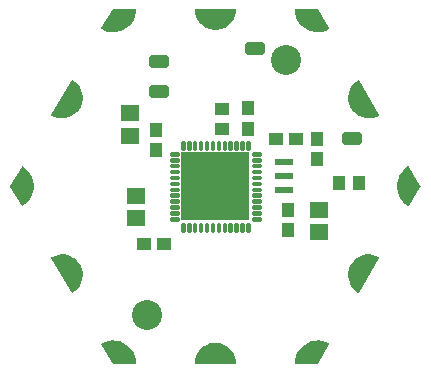
<source format=gbr>
G04 EAGLE Gerber RS-274X export*
G75*
%MOMM*%
%FSLAX34Y34*%
%LPD*%
%INSoldermask Bottom*%
%IPPOS*%
%AMOC8*
5,1,8,0,0,1.08239X$1,22.5*%
G01*
%ADD10C,2.541600*%
%ADD11R,1.101600X1.201600*%
%ADD12R,1.601600X1.401600*%
%ADD13C,0.225016*%
%ADD14R,5.801588X5.801588*%
%ADD15R,1.501597X0.501600*%
%ADD16R,1.201600X1.101600*%
%ADD17C,0.605878*%
%ADD18C,1.101600*%

G36*
X363231Y195709D02*
X363231Y195709D01*
X363260Y195706D01*
X363327Y195728D01*
X363397Y195742D01*
X363421Y195759D01*
X363449Y195768D01*
X363502Y195815D01*
X363561Y195855D01*
X363577Y195879D01*
X363599Y195899D01*
X363630Y195963D01*
X363668Y196022D01*
X363673Y196051D01*
X363685Y196077D01*
X363694Y196177D01*
X363701Y196219D01*
X363698Y196229D01*
X363700Y196243D01*
X363468Y199041D01*
X363458Y199075D01*
X363454Y199123D01*
X362765Y201844D01*
X362750Y201876D01*
X362738Y201922D01*
X361610Y204494D01*
X361590Y204522D01*
X361571Y204566D01*
X360035Y206917D01*
X360011Y206941D01*
X359985Y206982D01*
X358083Y209047D01*
X358055Y209068D01*
X358022Y209103D01*
X355807Y210828D01*
X355776Y210843D01*
X355738Y210873D01*
X353268Y212209D01*
X353235Y212219D01*
X353193Y212242D01*
X352007Y212650D01*
X350553Y213149D01*
X350537Y213154D01*
X350503Y213159D01*
X350457Y213174D01*
X347688Y213636D01*
X347653Y213635D01*
X347606Y213643D01*
X344798Y213643D01*
X344764Y213636D01*
X344716Y213636D01*
X341947Y213174D01*
X341914Y213162D01*
X341867Y213154D01*
X339211Y212242D01*
X339181Y212225D01*
X339136Y212209D01*
X336666Y210873D01*
X336640Y210851D01*
X336597Y210828D01*
X334382Y209103D01*
X334359Y209077D01*
X334321Y209047D01*
X332419Y206982D01*
X332401Y206952D01*
X332369Y206917D01*
X330833Y204566D01*
X330820Y204534D01*
X330794Y204494D01*
X329666Y201922D01*
X329659Y201889D01*
X329656Y201882D01*
X329650Y201873D01*
X329649Y201867D01*
X329639Y201844D01*
X328950Y199123D01*
X328948Y199088D01*
X328936Y199041D01*
X328704Y196243D01*
X328708Y196214D01*
X328703Y196185D01*
X328720Y196116D01*
X328728Y196046D01*
X328742Y196020D01*
X328749Y195992D01*
X328791Y195935D01*
X328826Y195873D01*
X328850Y195855D01*
X328867Y195832D01*
X328928Y195796D01*
X328985Y195753D01*
X329013Y195745D01*
X329038Y195730D01*
X329136Y195714D01*
X329177Y195703D01*
X329188Y195705D01*
X329202Y195703D01*
X363202Y195703D01*
X363231Y195709D01*
G37*
G36*
X347640Y478768D02*
X347640Y478768D01*
X347688Y478768D01*
X350457Y479230D01*
X350490Y479242D01*
X350537Y479250D01*
X353193Y480162D01*
X353223Y480179D01*
X353268Y480195D01*
X355738Y481531D01*
X355764Y481553D01*
X355807Y481576D01*
X358022Y483301D01*
X358045Y483327D01*
X358083Y483357D01*
X359985Y485422D01*
X360003Y485452D01*
X360035Y485487D01*
X361571Y487838D01*
X361584Y487870D01*
X361610Y487910D01*
X362738Y490482D01*
X362745Y490515D01*
X362765Y490560D01*
X363454Y493281D01*
X363456Y493316D01*
X363468Y493363D01*
X363700Y496161D01*
X363696Y496190D01*
X363701Y496219D01*
X363685Y496288D01*
X363676Y496358D01*
X363662Y496384D01*
X363655Y496412D01*
X363613Y496469D01*
X363578Y496531D01*
X363554Y496549D01*
X363537Y496572D01*
X363476Y496608D01*
X363419Y496651D01*
X363391Y496659D01*
X363366Y496674D01*
X363268Y496690D01*
X363227Y496701D01*
X363216Y496699D01*
X363202Y496701D01*
X329202Y496701D01*
X329173Y496695D01*
X329144Y496698D01*
X329077Y496676D01*
X329007Y496662D01*
X328983Y496645D01*
X328955Y496636D01*
X328902Y496589D01*
X328843Y496549D01*
X328828Y496525D01*
X328806Y496505D01*
X328774Y496441D01*
X328736Y496382D01*
X328731Y496353D01*
X328719Y496327D01*
X328710Y496227D01*
X328703Y496185D01*
X328706Y496175D01*
X328704Y496161D01*
X328936Y493363D01*
X328946Y493329D01*
X328950Y493281D01*
X329639Y490560D01*
X329654Y490528D01*
X329666Y490482D01*
X330794Y487910D01*
X330814Y487882D01*
X330833Y487838D01*
X332369Y485487D01*
X332393Y485463D01*
X332419Y485422D01*
X334321Y483357D01*
X334349Y483336D01*
X334382Y483301D01*
X336597Y481576D01*
X336628Y481561D01*
X336666Y481531D01*
X339136Y480195D01*
X339169Y480185D01*
X339211Y480162D01*
X341867Y479250D01*
X341901Y479246D01*
X341947Y479230D01*
X344716Y478768D01*
X344751Y478769D01*
X344798Y478761D01*
X347606Y478761D01*
X347640Y478768D01*
G37*
G36*
X224809Y256012D02*
X224809Y256012D01*
X224880Y256009D01*
X224907Y256019D01*
X224936Y256021D01*
X225026Y256063D01*
X225066Y256078D01*
X225074Y256086D01*
X225087Y256092D01*
X227390Y257691D01*
X227414Y257717D01*
X227454Y257744D01*
X229463Y259701D01*
X229482Y259730D01*
X229517Y259763D01*
X231176Y262024D01*
X231191Y262055D01*
X231220Y262094D01*
X232484Y264597D01*
X232493Y264631D01*
X232515Y264674D01*
X233351Y267351D01*
X233354Y267385D01*
X233369Y267431D01*
X233752Y270210D01*
X233750Y270244D01*
X233756Y270292D01*
X233677Y273095D01*
X233669Y273129D01*
X233668Y273177D01*
X233129Y275929D01*
X233115Y275961D01*
X233106Y276009D01*
X232121Y278634D01*
X232106Y278659D01*
X232101Y278679D01*
X232093Y278690D01*
X232086Y278709D01*
X230682Y281137D01*
X230659Y281163D01*
X230635Y281205D01*
X228851Y283368D01*
X228824Y283390D01*
X228793Y283427D01*
X226677Y285268D01*
X226647Y285285D01*
X226611Y285317D01*
X224220Y286784D01*
X224188Y286795D01*
X224147Y286821D01*
X221548Y287874D01*
X221514Y287881D01*
X221469Y287899D01*
X218732Y288510D01*
X218697Y288511D01*
X218650Y288522D01*
X215850Y288674D01*
X215816Y288669D01*
X215768Y288672D01*
X212980Y288362D01*
X212947Y288351D01*
X212899Y288346D01*
X210201Y287581D01*
X210171Y287565D01*
X210124Y287552D01*
X207589Y286353D01*
X207565Y286336D01*
X207538Y286326D01*
X207486Y286277D01*
X207429Y286234D01*
X207415Y286209D01*
X207394Y286189D01*
X207365Y286124D01*
X207329Y286063D01*
X207326Y286034D01*
X207314Y286007D01*
X207313Y285936D01*
X207304Y285865D01*
X207312Y285837D01*
X207312Y285808D01*
X207346Y285715D01*
X207358Y285674D01*
X207365Y285665D01*
X207370Y285652D01*
X224370Y256252D01*
X224389Y256230D01*
X224402Y256204D01*
X224455Y256156D01*
X224502Y256103D01*
X224528Y256091D01*
X224550Y256071D01*
X224617Y256048D01*
X224681Y256018D01*
X224710Y256016D01*
X224738Y256007D01*
X224809Y256012D01*
G37*
G36*
X476588Y403735D02*
X476588Y403735D01*
X476636Y403732D01*
X479424Y404042D01*
X479457Y404053D01*
X479505Y404058D01*
X482203Y404823D01*
X482233Y404839D01*
X482280Y404852D01*
X484815Y406051D01*
X484839Y406068D01*
X484866Y406078D01*
X484918Y406127D01*
X484975Y406170D01*
X484989Y406195D01*
X485011Y406215D01*
X485039Y406280D01*
X485075Y406342D01*
X485078Y406370D01*
X485090Y406397D01*
X485091Y406468D01*
X485100Y406539D01*
X485092Y406567D01*
X485092Y406596D01*
X485058Y406689D01*
X485046Y406730D01*
X485039Y406739D01*
X485034Y406752D01*
X468034Y436152D01*
X468015Y436174D01*
X468002Y436200D01*
X467949Y436248D01*
X467902Y436301D01*
X467876Y436313D01*
X467854Y436333D01*
X467787Y436356D01*
X467723Y436386D01*
X467694Y436388D01*
X467666Y436397D01*
X467595Y436392D01*
X467524Y436395D01*
X467497Y436385D01*
X467468Y436383D01*
X467378Y436341D01*
X467338Y436326D01*
X467330Y436318D01*
X467317Y436312D01*
X465014Y434713D01*
X464990Y434688D01*
X464950Y434660D01*
X462941Y432703D01*
X462922Y432674D01*
X462887Y432641D01*
X461228Y430380D01*
X461213Y430349D01*
X461184Y430310D01*
X459920Y427807D01*
X459911Y427773D01*
X459889Y427730D01*
X459053Y425053D01*
X459050Y425019D01*
X459035Y424973D01*
X458652Y422194D01*
X458654Y422160D01*
X458648Y422112D01*
X458727Y419309D01*
X458735Y419275D01*
X458736Y419227D01*
X459275Y416475D01*
X459289Y416443D01*
X459298Y416395D01*
X460283Y413770D01*
X460301Y413740D01*
X460318Y413695D01*
X461722Y411267D01*
X461745Y411241D01*
X461769Y411200D01*
X463553Y409036D01*
X463580Y409014D01*
X463611Y408977D01*
X465727Y407136D01*
X465757Y407119D01*
X465793Y407088D01*
X468184Y405620D01*
X468216Y405609D01*
X468257Y405583D01*
X470856Y404530D01*
X470890Y404523D01*
X470935Y404505D01*
X473672Y403894D01*
X473707Y403893D01*
X473754Y403882D01*
X476554Y403730D01*
X476588Y403735D01*
G37*
G36*
X467628Y256013D02*
X467628Y256013D01*
X467699Y256012D01*
X467726Y256023D01*
X467755Y256027D01*
X467817Y256061D01*
X467882Y256089D01*
X467903Y256110D01*
X467928Y256124D01*
X467991Y256200D01*
X468021Y256231D01*
X468025Y256241D01*
X468034Y256252D01*
X485034Y285652D01*
X485043Y285680D01*
X485060Y285704D01*
X485075Y285773D01*
X485097Y285841D01*
X485095Y285870D01*
X485101Y285898D01*
X485088Y285968D01*
X485082Y286039D01*
X485069Y286065D01*
X485063Y286093D01*
X485023Y286152D01*
X484991Y286215D01*
X484968Y286234D01*
X484952Y286258D01*
X484870Y286315D01*
X484837Y286342D01*
X484827Y286345D01*
X484815Y286353D01*
X482280Y287552D01*
X482246Y287560D01*
X482203Y287581D01*
X479505Y288346D01*
X479470Y288348D01*
X479424Y288362D01*
X476636Y288672D01*
X476602Y288669D01*
X476554Y288674D01*
X473754Y288522D01*
X473720Y288513D01*
X473672Y288510D01*
X470935Y287899D01*
X470903Y287885D01*
X470856Y287874D01*
X468257Y286821D01*
X468228Y286802D01*
X468184Y286784D01*
X465793Y285317D01*
X465768Y285293D01*
X465727Y285268D01*
X463611Y283427D01*
X463590Y283400D01*
X463553Y283368D01*
X461769Y281205D01*
X461753Y281174D01*
X461722Y281137D01*
X460318Y278709D01*
X460307Y278676D01*
X460300Y278663D01*
X460290Y278649D01*
X460290Y278646D01*
X460283Y278634D01*
X459298Y276009D01*
X459292Y275974D01*
X459275Y275929D01*
X458736Y273177D01*
X458736Y273143D01*
X458727Y273095D01*
X458648Y270292D01*
X458654Y270258D01*
X458652Y270210D01*
X459035Y267431D01*
X459047Y267399D01*
X459053Y267351D01*
X459889Y264674D01*
X459906Y264643D01*
X459920Y264597D01*
X461184Y262094D01*
X461206Y262067D01*
X461228Y262024D01*
X462887Y259763D01*
X462913Y259740D01*
X462941Y259701D01*
X464950Y257744D01*
X464979Y257725D01*
X465014Y257691D01*
X467317Y256092D01*
X467344Y256080D01*
X467367Y256062D01*
X467435Y256041D01*
X467500Y256013D01*
X467529Y256013D01*
X467557Y256005D01*
X467628Y256013D01*
G37*
G36*
X218650Y403882D02*
X218650Y403882D01*
X218684Y403891D01*
X218732Y403894D01*
X221469Y404505D01*
X221501Y404519D01*
X221548Y404530D01*
X224147Y405583D01*
X224176Y405602D01*
X224220Y405620D01*
X226611Y407088D01*
X226636Y407111D01*
X226677Y407136D01*
X228793Y408977D01*
X228814Y409004D01*
X228851Y409036D01*
X230635Y411200D01*
X230651Y411230D01*
X230682Y411267D01*
X232086Y413695D01*
X232097Y413728D01*
X232121Y413770D01*
X233106Y416395D01*
X233112Y416430D01*
X233129Y416475D01*
X233668Y419227D01*
X233668Y419262D01*
X233677Y419309D01*
X233756Y422112D01*
X233751Y422146D01*
X233752Y422194D01*
X233369Y424973D01*
X233357Y425005D01*
X233351Y425053D01*
X232515Y427730D01*
X232498Y427761D01*
X232484Y427807D01*
X231220Y430310D01*
X231198Y430337D01*
X231176Y430380D01*
X229517Y432641D01*
X229491Y432664D01*
X229463Y432703D01*
X227454Y434660D01*
X227425Y434679D01*
X227390Y434713D01*
X225087Y436312D01*
X225060Y436324D01*
X225037Y436342D01*
X224969Y436363D01*
X224904Y436391D01*
X224875Y436391D01*
X224847Y436399D01*
X224776Y436391D01*
X224705Y436392D01*
X224678Y436381D01*
X224649Y436377D01*
X224587Y436343D01*
X224522Y436315D01*
X224501Y436294D01*
X224476Y436280D01*
X224413Y436204D01*
X224383Y436173D01*
X224379Y436163D01*
X224370Y436152D01*
X207370Y406752D01*
X207361Y406724D01*
X207344Y406700D01*
X207329Y406631D01*
X207307Y406563D01*
X207309Y406534D01*
X207303Y406506D01*
X207316Y406436D01*
X207322Y406365D01*
X207335Y406339D01*
X207341Y406311D01*
X207381Y406252D01*
X207413Y406189D01*
X207436Y406170D01*
X207452Y406146D01*
X207534Y406089D01*
X207567Y406062D01*
X207577Y406059D01*
X207589Y406051D01*
X210124Y404852D01*
X210158Y404844D01*
X210201Y404823D01*
X212899Y404058D01*
X212934Y404056D01*
X212980Y404042D01*
X215768Y403732D01*
X215802Y403735D01*
X215850Y403730D01*
X218650Y403882D01*
G37*
G36*
X509929Y329213D02*
X509929Y329213D01*
X510000Y329213D01*
X510027Y329224D01*
X510056Y329227D01*
X510118Y329262D01*
X510183Y329290D01*
X510204Y329310D01*
X510229Y329325D01*
X510292Y329402D01*
X510322Y329432D01*
X510326Y329442D01*
X510335Y329453D01*
X519835Y345953D01*
X519845Y345985D01*
X519854Y345998D01*
X519858Y346022D01*
X519859Y346026D01*
X519890Y346096D01*
X519890Y346120D01*
X519898Y346142D01*
X519892Y346218D01*
X519893Y346295D01*
X519883Y346319D01*
X519882Y346340D01*
X519861Y346379D01*
X519835Y346451D01*
X510335Y362951D01*
X510316Y362973D01*
X510303Y362999D01*
X510250Y363047D01*
X510203Y363100D01*
X510177Y363113D01*
X510156Y363132D01*
X510088Y363155D01*
X510024Y363186D01*
X509995Y363188D01*
X509968Y363197D01*
X509896Y363192D01*
X509825Y363195D01*
X509798Y363185D01*
X509769Y363183D01*
X509679Y363141D01*
X509639Y363126D01*
X509631Y363119D01*
X509618Y363113D01*
X507095Y361371D01*
X507071Y361347D01*
X507033Y361320D01*
X504821Y359196D01*
X504802Y359168D01*
X504768Y359136D01*
X502926Y356685D01*
X502912Y356654D01*
X502883Y356617D01*
X501458Y353902D01*
X501449Y353871D01*
X501433Y353846D01*
X501432Y353838D01*
X501427Y353828D01*
X500456Y350920D01*
X500452Y350886D01*
X500437Y350842D01*
X499945Y347815D01*
X499946Y347781D01*
X499938Y347735D01*
X499938Y344669D01*
X499939Y344665D01*
X499939Y344663D01*
X499945Y344636D01*
X499945Y344589D01*
X500437Y341562D01*
X500449Y341531D01*
X500456Y341484D01*
X501427Y338576D01*
X501444Y338547D01*
X501458Y338502D01*
X502883Y335787D01*
X502905Y335761D01*
X502926Y335719D01*
X504768Y333268D01*
X504793Y333245D01*
X504821Y333208D01*
X507033Y331084D01*
X507061Y331066D01*
X507095Y331033D01*
X509618Y329291D01*
X509645Y329280D01*
X509667Y329261D01*
X509736Y329241D01*
X509801Y329213D01*
X509830Y329213D01*
X509858Y329205D01*
X509929Y329213D01*
G37*
G36*
X182508Y329212D02*
X182508Y329212D01*
X182579Y329209D01*
X182606Y329219D01*
X182635Y329221D01*
X182725Y329263D01*
X182765Y329278D01*
X182773Y329285D01*
X182786Y329291D01*
X185309Y331033D01*
X185333Y331057D01*
X185371Y331084D01*
X187583Y333208D01*
X187602Y333236D01*
X187636Y333268D01*
X189478Y335719D01*
X189492Y335750D01*
X189521Y335787D01*
X190946Y338502D01*
X190955Y338535D01*
X190977Y338576D01*
X191948Y341484D01*
X191952Y341518D01*
X191967Y341562D01*
X192459Y344589D01*
X192458Y344623D01*
X192466Y344669D01*
X192466Y347735D01*
X192459Y347768D01*
X192459Y347815D01*
X191967Y350842D01*
X191955Y350873D01*
X191948Y350920D01*
X190977Y353828D01*
X190964Y353851D01*
X190958Y353876D01*
X190951Y353885D01*
X190946Y353902D01*
X189521Y356617D01*
X189499Y356643D01*
X189478Y356685D01*
X187636Y359136D01*
X187611Y359159D01*
X187583Y359196D01*
X185371Y361320D01*
X185343Y361338D01*
X185309Y361371D01*
X182786Y363113D01*
X182759Y363124D01*
X182737Y363143D01*
X182668Y363163D01*
X182603Y363191D01*
X182574Y363191D01*
X182546Y363199D01*
X182475Y363191D01*
X182404Y363192D01*
X182377Y363180D01*
X182348Y363177D01*
X182286Y363142D01*
X182221Y363114D01*
X182200Y363094D01*
X182175Y363079D01*
X182112Y363002D01*
X182082Y362972D01*
X182078Y362962D01*
X182069Y362951D01*
X172569Y346451D01*
X172545Y346378D01*
X172514Y346308D01*
X172514Y346284D01*
X172506Y346262D01*
X172513Y346186D01*
X172512Y346109D01*
X172521Y346085D01*
X172522Y346064D01*
X172543Y346025D01*
X172562Y345973D01*
X172563Y345967D01*
X172565Y345965D01*
X172569Y345953D01*
X182069Y329453D01*
X182088Y329431D01*
X182101Y329405D01*
X182154Y329357D01*
X182201Y329304D01*
X182227Y329291D01*
X182249Y329272D01*
X182316Y329249D01*
X182380Y329218D01*
X182409Y329217D01*
X182436Y329207D01*
X182508Y329212D01*
G37*
G36*
X432878Y195718D02*
X432878Y195718D01*
X432956Y195727D01*
X432975Y195738D01*
X432997Y195742D01*
X433061Y195786D01*
X433129Y195825D01*
X433145Y195844D01*
X433161Y195855D01*
X433185Y195893D01*
X433235Y195953D01*
X442735Y212453D01*
X442744Y212480D01*
X442760Y212504D01*
X442775Y212574D01*
X442798Y212642D01*
X442795Y212670D01*
X442801Y212698D01*
X442788Y212769D01*
X442782Y212840D01*
X442769Y212865D01*
X442763Y212893D01*
X442723Y212953D01*
X442690Y213016D01*
X442668Y213034D01*
X442652Y213058D01*
X442569Y213116D01*
X442537Y213143D01*
X442526Y213146D01*
X442516Y213153D01*
X439750Y214462D01*
X439717Y214470D01*
X439674Y214490D01*
X436734Y215338D01*
X436700Y215341D01*
X436656Y215354D01*
X433618Y215719D01*
X433584Y215716D01*
X433537Y215722D01*
X430480Y215595D01*
X430447Y215587D01*
X430400Y215586D01*
X427403Y214970D01*
X427372Y214957D01*
X427326Y214948D01*
X424466Y213859D01*
X424438Y213841D01*
X424394Y213825D01*
X421746Y212291D01*
X421720Y212269D01*
X421680Y212246D01*
X419312Y210308D01*
X419290Y210281D01*
X419254Y210252D01*
X417227Y207959D01*
X417211Y207930D01*
X417179Y207895D01*
X415547Y205307D01*
X415535Y205275D01*
X415510Y205236D01*
X414314Y202419D01*
X414307Y202386D01*
X414304Y202379D01*
X414300Y202373D01*
X414299Y202367D01*
X414288Y202343D01*
X413560Y199371D01*
X413558Y199337D01*
X413547Y199292D01*
X413304Y196242D01*
X413308Y196213D01*
X413303Y196185D01*
X413320Y196116D01*
X413328Y196044D01*
X413343Y196020D01*
X413349Y195992D01*
X413392Y195934D01*
X413428Y195872D01*
X413450Y195855D01*
X413467Y195832D01*
X413529Y195795D01*
X413586Y195752D01*
X413614Y195745D01*
X413638Y195730D01*
X413738Y195714D01*
X413779Y195703D01*
X413789Y195705D01*
X413802Y195703D01*
X432802Y195703D01*
X432878Y195718D01*
G37*
G36*
X433571Y476687D02*
X433571Y476687D01*
X433618Y476685D01*
X436656Y477050D01*
X436688Y477061D01*
X436734Y477066D01*
X439674Y477914D01*
X439704Y477930D01*
X439750Y477942D01*
X442516Y479251D01*
X442538Y479268D01*
X442565Y479278D01*
X442617Y479327D01*
X442675Y479370D01*
X442689Y479395D01*
X442710Y479414D01*
X442739Y479480D01*
X442775Y479542D01*
X442778Y479570D01*
X442790Y479596D01*
X442791Y479668D01*
X442800Y479739D01*
X442792Y479766D01*
X442793Y479795D01*
X442757Y479890D01*
X442746Y479930D01*
X442739Y479939D01*
X442735Y479951D01*
X433235Y496451D01*
X433183Y496510D01*
X433137Y496572D01*
X433118Y496583D01*
X433103Y496600D01*
X433033Y496634D01*
X432966Y496674D01*
X432942Y496678D01*
X432924Y496686D01*
X432879Y496688D01*
X432802Y496701D01*
X413802Y496701D01*
X413774Y496696D01*
X413746Y496698D01*
X413678Y496676D01*
X413607Y496662D01*
X413584Y496646D01*
X413557Y496637D01*
X413502Y496590D01*
X413443Y496549D01*
X413428Y496525D01*
X413407Y496507D01*
X413375Y496442D01*
X413336Y496382D01*
X413331Y496354D01*
X413319Y496328D01*
X413310Y496227D01*
X413303Y496185D01*
X413305Y496175D01*
X413304Y496162D01*
X413547Y493112D01*
X413556Y493080D01*
X413560Y493033D01*
X414288Y490061D01*
X414303Y490030D01*
X414314Y489985D01*
X415510Y487168D01*
X415529Y487140D01*
X415547Y487097D01*
X417179Y484509D01*
X417203Y484485D01*
X417227Y484445D01*
X419254Y482152D01*
X419281Y482132D01*
X419312Y482096D01*
X421680Y480158D01*
X421710Y480142D01*
X421746Y480113D01*
X424394Y478580D01*
X424426Y478569D01*
X424466Y478545D01*
X427326Y477457D01*
X427359Y477451D01*
X427403Y477434D01*
X430400Y476818D01*
X430434Y476818D01*
X430480Y476809D01*
X433537Y476682D01*
X433571Y476687D01*
G37*
G36*
X278630Y195708D02*
X278630Y195708D01*
X278658Y195706D01*
X278726Y195728D01*
X278797Y195742D01*
X278820Y195758D01*
X278847Y195767D01*
X278902Y195814D01*
X278961Y195855D01*
X278976Y195879D01*
X278998Y195897D01*
X279029Y195962D01*
X279068Y196022D01*
X279073Y196050D01*
X279085Y196076D01*
X279094Y196177D01*
X279101Y196219D01*
X279099Y196229D01*
X279100Y196242D01*
X278857Y199292D01*
X278848Y199324D01*
X278844Y199371D01*
X278116Y202343D01*
X278101Y202374D01*
X278090Y202419D01*
X276894Y205236D01*
X276875Y205264D01*
X276857Y205307D01*
X275225Y207895D01*
X275201Y207919D01*
X275177Y207959D01*
X273150Y210252D01*
X273123Y210272D01*
X273092Y210308D01*
X270725Y212246D01*
X270694Y212262D01*
X270658Y212291D01*
X268010Y213825D01*
X267978Y213835D01*
X267938Y213859D01*
X265078Y214948D01*
X265045Y214953D01*
X265001Y214970D01*
X262004Y215586D01*
X261970Y215586D01*
X261924Y215595D01*
X258867Y215722D01*
X258833Y215717D01*
X258786Y215719D01*
X255748Y215354D01*
X255716Y215343D01*
X255670Y215338D01*
X252730Y214490D01*
X252700Y214474D01*
X252655Y214462D01*
X249889Y213153D01*
X249866Y213136D01*
X249839Y213126D01*
X249787Y213077D01*
X249729Y213034D01*
X249715Y213009D01*
X249694Y212990D01*
X249665Y212924D01*
X249629Y212862D01*
X249626Y212834D01*
X249614Y212808D01*
X249613Y212736D01*
X249604Y212665D01*
X249612Y212638D01*
X249612Y212609D01*
X249647Y212514D01*
X249658Y212474D01*
X249665Y212465D01*
X249669Y212453D01*
X259169Y195953D01*
X259221Y195895D01*
X259267Y195832D01*
X259286Y195821D01*
X259301Y195804D01*
X259371Y195770D01*
X259438Y195730D01*
X259463Y195726D01*
X259480Y195718D01*
X259525Y195716D01*
X259602Y195703D01*
X278602Y195703D01*
X278630Y195708D01*
G37*
G36*
X261924Y476809D02*
X261924Y476809D01*
X261957Y476817D01*
X262004Y476818D01*
X265001Y477434D01*
X265032Y477447D01*
X265078Y477457D01*
X267938Y478545D01*
X267967Y478563D01*
X268010Y478580D01*
X270658Y480113D01*
X270684Y480135D01*
X270725Y480158D01*
X273092Y482096D01*
X273114Y482123D01*
X273150Y482152D01*
X275177Y484445D01*
X275194Y484474D01*
X275225Y484509D01*
X276857Y487097D01*
X276869Y487129D01*
X276894Y487168D01*
X278090Y489985D01*
X278097Y490018D01*
X278116Y490061D01*
X278844Y493033D01*
X278846Y493067D01*
X278857Y493112D01*
X279100Y496162D01*
X279096Y496191D01*
X279101Y496219D01*
X279084Y496288D01*
X279076Y496360D01*
X279062Y496384D01*
X279055Y496412D01*
X279012Y496470D01*
X278977Y496532D01*
X278954Y496549D01*
X278937Y496572D01*
X278875Y496609D01*
X278818Y496652D01*
X278790Y496659D01*
X278766Y496674D01*
X278666Y496690D01*
X278625Y496701D01*
X278615Y496699D01*
X278602Y496701D01*
X259602Y496701D01*
X259526Y496686D01*
X259448Y496677D01*
X259429Y496666D01*
X259407Y496662D01*
X259343Y496618D01*
X259275Y496579D01*
X259259Y496560D01*
X259243Y496549D01*
X259219Y496511D01*
X259169Y496451D01*
X249669Y479951D01*
X249660Y479924D01*
X249644Y479900D01*
X249629Y479830D01*
X249606Y479762D01*
X249609Y479734D01*
X249603Y479706D01*
X249617Y479636D01*
X249622Y479564D01*
X249635Y479539D01*
X249641Y479511D01*
X249681Y479451D01*
X249714Y479388D01*
X249736Y479370D01*
X249752Y479346D01*
X249835Y479288D01*
X249867Y479261D01*
X249878Y479258D01*
X249889Y479251D01*
X252655Y477942D01*
X252688Y477934D01*
X252730Y477914D01*
X255670Y477066D01*
X255704Y477063D01*
X255748Y477050D01*
X258786Y476685D01*
X258820Y476688D01*
X258867Y476682D01*
X261924Y476809D01*
G37*
D10*
X288181Y236863D03*
X406095Y453474D03*
D11*
X432090Y369521D03*
X432090Y386521D03*
D12*
X433587Y307328D03*
X433587Y326328D03*
D13*
X377819Y373069D02*
X377819Y374335D01*
X383585Y374335D01*
X383585Y373069D01*
X377819Y373069D01*
X377819Y369335D02*
X377819Y368069D01*
X377819Y369335D02*
X383585Y369335D01*
X383585Y368069D01*
X377819Y368069D01*
X377819Y364335D02*
X377819Y363069D01*
X377819Y364335D02*
X383585Y364335D01*
X383585Y363069D01*
X377819Y363069D01*
X377819Y359335D02*
X377819Y358069D01*
X377819Y359335D02*
X383585Y359335D01*
X383585Y358069D01*
X377819Y358069D01*
X377819Y354335D02*
X377819Y353069D01*
X377819Y354335D02*
X383585Y354335D01*
X383585Y353069D01*
X377819Y353069D01*
X377819Y349335D02*
X377819Y348069D01*
X377819Y349335D02*
X383585Y349335D01*
X383585Y348069D01*
X377819Y348069D01*
X377819Y344335D02*
X377819Y343069D01*
X377819Y344335D02*
X383585Y344335D01*
X383585Y343069D01*
X377819Y343069D01*
X377819Y339335D02*
X377819Y338069D01*
X377819Y339335D02*
X383585Y339335D01*
X383585Y338069D01*
X377819Y338069D01*
X377819Y334335D02*
X377819Y333069D01*
X377819Y334335D02*
X383585Y334335D01*
X383585Y333069D01*
X377819Y333069D01*
X377819Y329335D02*
X377819Y328069D01*
X377819Y329335D02*
X383585Y329335D01*
X383585Y328069D01*
X377819Y328069D01*
X377819Y324335D02*
X377819Y323069D01*
X377819Y324335D02*
X383585Y324335D01*
X383585Y323069D01*
X377819Y323069D01*
X377819Y319335D02*
X377819Y318069D01*
X377819Y319335D02*
X383585Y319335D01*
X383585Y318069D01*
X377819Y318069D01*
X374335Y314585D02*
X373069Y314585D01*
X374335Y314585D02*
X374335Y308819D01*
X373069Y308819D01*
X373069Y314585D01*
X373069Y310956D02*
X374335Y310956D01*
X374335Y313093D02*
X373069Y313093D01*
X369335Y314585D02*
X368069Y314585D01*
X369335Y314585D02*
X369335Y308819D01*
X368069Y308819D01*
X368069Y314585D01*
X368069Y310956D02*
X369335Y310956D01*
X369335Y313093D02*
X368069Y313093D01*
X364335Y314585D02*
X363069Y314585D01*
X364335Y314585D02*
X364335Y308819D01*
X363069Y308819D01*
X363069Y314585D01*
X363069Y310956D02*
X364335Y310956D01*
X364335Y313093D02*
X363069Y313093D01*
X359335Y314585D02*
X358069Y314585D01*
X359335Y314585D02*
X359335Y308819D01*
X358069Y308819D01*
X358069Y314585D01*
X358069Y310956D02*
X359335Y310956D01*
X359335Y313093D02*
X358069Y313093D01*
X354335Y314585D02*
X353069Y314585D01*
X354335Y314585D02*
X354335Y308819D01*
X353069Y308819D01*
X353069Y314585D01*
X353069Y310956D02*
X354335Y310956D01*
X354335Y313093D02*
X353069Y313093D01*
X349335Y314585D02*
X348069Y314585D01*
X349335Y314585D02*
X349335Y308819D01*
X348069Y308819D01*
X348069Y314585D01*
X348069Y310956D02*
X349335Y310956D01*
X349335Y313093D02*
X348069Y313093D01*
X344335Y314585D02*
X343069Y314585D01*
X344335Y314585D02*
X344335Y308819D01*
X343069Y308819D01*
X343069Y314585D01*
X343069Y310956D02*
X344335Y310956D01*
X344335Y313093D02*
X343069Y313093D01*
X339335Y314585D02*
X338069Y314585D01*
X339335Y314585D02*
X339335Y308819D01*
X338069Y308819D01*
X338069Y314585D01*
X338069Y310956D02*
X339335Y310956D01*
X339335Y313093D02*
X338069Y313093D01*
X334335Y314585D02*
X333069Y314585D01*
X334335Y314585D02*
X334335Y308819D01*
X333069Y308819D01*
X333069Y314585D01*
X333069Y310956D02*
X334335Y310956D01*
X334335Y313093D02*
X333069Y313093D01*
X329335Y314585D02*
X328069Y314585D01*
X329335Y314585D02*
X329335Y308819D01*
X328069Y308819D01*
X328069Y314585D01*
X328069Y310956D02*
X329335Y310956D01*
X329335Y313093D02*
X328069Y313093D01*
X324335Y314585D02*
X323069Y314585D01*
X324335Y314585D02*
X324335Y308819D01*
X323069Y308819D01*
X323069Y314585D01*
X323069Y310956D02*
X324335Y310956D01*
X324335Y313093D02*
X323069Y313093D01*
X319335Y314585D02*
X318069Y314585D01*
X319335Y314585D02*
X319335Y308819D01*
X318069Y308819D01*
X318069Y314585D01*
X318069Y310956D02*
X319335Y310956D01*
X319335Y313093D02*
X318069Y313093D01*
X314585Y318069D02*
X314585Y319335D01*
X314585Y318069D02*
X308819Y318069D01*
X308819Y319335D01*
X314585Y319335D01*
X314585Y323069D02*
X314585Y324335D01*
X314585Y323069D02*
X308819Y323069D01*
X308819Y324335D01*
X314585Y324335D01*
X314585Y328069D02*
X314585Y329335D01*
X314585Y328069D02*
X308819Y328069D01*
X308819Y329335D01*
X314585Y329335D01*
X314585Y333069D02*
X314585Y334335D01*
X314585Y333069D02*
X308819Y333069D01*
X308819Y334335D01*
X314585Y334335D01*
X314585Y338069D02*
X314585Y339335D01*
X314585Y338069D02*
X308819Y338069D01*
X308819Y339335D01*
X314585Y339335D01*
X314585Y343069D02*
X314585Y344335D01*
X314585Y343069D02*
X308819Y343069D01*
X308819Y344335D01*
X314585Y344335D01*
X314585Y348069D02*
X314585Y349335D01*
X314585Y348069D02*
X308819Y348069D01*
X308819Y349335D01*
X314585Y349335D01*
X314585Y353069D02*
X314585Y354335D01*
X314585Y353069D02*
X308819Y353069D01*
X308819Y354335D01*
X314585Y354335D01*
X314585Y358069D02*
X314585Y359335D01*
X314585Y358069D02*
X308819Y358069D01*
X308819Y359335D01*
X314585Y359335D01*
X314585Y363069D02*
X314585Y364335D01*
X314585Y363069D02*
X308819Y363069D01*
X308819Y364335D01*
X314585Y364335D01*
X314585Y368069D02*
X314585Y369335D01*
X314585Y368069D02*
X308819Y368069D01*
X308819Y369335D01*
X314585Y369335D01*
X314585Y373069D02*
X314585Y374335D01*
X314585Y373069D02*
X308819Y373069D01*
X308819Y374335D01*
X314585Y374335D01*
X318069Y377819D02*
X319335Y377819D01*
X318069Y377819D02*
X318069Y383585D01*
X319335Y383585D01*
X319335Y377819D01*
X319335Y379956D02*
X318069Y379956D01*
X318069Y382093D02*
X319335Y382093D01*
X323069Y377819D02*
X324335Y377819D01*
X323069Y377819D02*
X323069Y383585D01*
X324335Y383585D01*
X324335Y377819D01*
X324335Y379956D02*
X323069Y379956D01*
X323069Y382093D02*
X324335Y382093D01*
X328069Y377819D02*
X329335Y377819D01*
X328069Y377819D02*
X328069Y383585D01*
X329335Y383585D01*
X329335Y377819D01*
X329335Y379956D02*
X328069Y379956D01*
X328069Y382093D02*
X329335Y382093D01*
X333069Y377819D02*
X334335Y377819D01*
X333069Y377819D02*
X333069Y383585D01*
X334335Y383585D01*
X334335Y377819D01*
X334335Y379956D02*
X333069Y379956D01*
X333069Y382093D02*
X334335Y382093D01*
X338069Y377819D02*
X339335Y377819D01*
X338069Y377819D02*
X338069Y383585D01*
X339335Y383585D01*
X339335Y377819D01*
X339335Y379956D02*
X338069Y379956D01*
X338069Y382093D02*
X339335Y382093D01*
X343069Y377819D02*
X344335Y377819D01*
X343069Y377819D02*
X343069Y383585D01*
X344335Y383585D01*
X344335Y377819D01*
X344335Y379956D02*
X343069Y379956D01*
X343069Y382093D02*
X344335Y382093D01*
X348069Y377819D02*
X349335Y377819D01*
X348069Y377819D02*
X348069Y383585D01*
X349335Y383585D01*
X349335Y377819D01*
X349335Y379956D02*
X348069Y379956D01*
X348069Y382093D02*
X349335Y382093D01*
X353069Y377819D02*
X354335Y377819D01*
X353069Y377819D02*
X353069Y383585D01*
X354335Y383585D01*
X354335Y377819D01*
X354335Y379956D02*
X353069Y379956D01*
X353069Y382093D02*
X354335Y382093D01*
X358069Y377819D02*
X359335Y377819D01*
X358069Y377819D02*
X358069Y383585D01*
X359335Y383585D01*
X359335Y377819D01*
X359335Y379956D02*
X358069Y379956D01*
X358069Y382093D02*
X359335Y382093D01*
X363069Y377819D02*
X364335Y377819D01*
X363069Y377819D02*
X363069Y383585D01*
X364335Y383585D01*
X364335Y377819D01*
X364335Y379956D02*
X363069Y379956D01*
X363069Y382093D02*
X364335Y382093D01*
X368069Y377819D02*
X369335Y377819D01*
X368069Y377819D02*
X368069Y383585D01*
X369335Y383585D01*
X369335Y377819D01*
X369335Y379956D02*
X368069Y379956D01*
X368069Y382093D02*
X369335Y382093D01*
X373069Y377819D02*
X374335Y377819D01*
X373069Y377819D02*
X373069Y383585D01*
X374335Y383585D01*
X374335Y377819D01*
X374335Y379956D02*
X373069Y379956D01*
X373069Y382093D02*
X374335Y382093D01*
D14*
X346202Y346202D03*
D15*
X404335Y366820D03*
X404335Y354820D03*
X404335Y342820D03*
D16*
X352100Y411972D03*
X352100Y394972D03*
D12*
X273873Y388889D03*
X273873Y407889D03*
X279212Y338293D03*
X279212Y319293D03*
D11*
X407266Y309424D03*
X407266Y326424D03*
X295476Y377115D03*
X295476Y394115D03*
D16*
X302744Y297404D03*
X285744Y297404D03*
D11*
X373883Y395124D03*
X373883Y412124D03*
D16*
X397659Y386474D03*
X414659Y386474D03*
D11*
X467463Y349413D03*
X450463Y349413D03*
D17*
X303421Y455107D02*
X292463Y455107D01*
X303421Y455107D02*
X303421Y450149D01*
X292463Y450149D01*
X292463Y455107D01*
X292463Y424749D02*
X303421Y424749D01*
X292463Y424749D02*
X292463Y429707D01*
X303421Y429707D01*
X303421Y424749D01*
X373997Y466029D02*
X384955Y466029D01*
X384955Y461071D01*
X373997Y461071D01*
X373997Y466029D01*
X456293Y389829D02*
X467251Y389829D01*
X467251Y384871D01*
X456293Y384871D01*
X456293Y389829D01*
D18*
X428802Y489302D03*
X511402Y346202D03*
X428802Y203102D03*
X263602Y203102D03*
X181002Y346202D03*
X263602Y489302D03*
X470102Y417702D03*
X470102Y274702D03*
X346202Y203102D03*
X222302Y274702D03*
X222302Y417702D03*
X346202Y489302D03*
M02*

</source>
